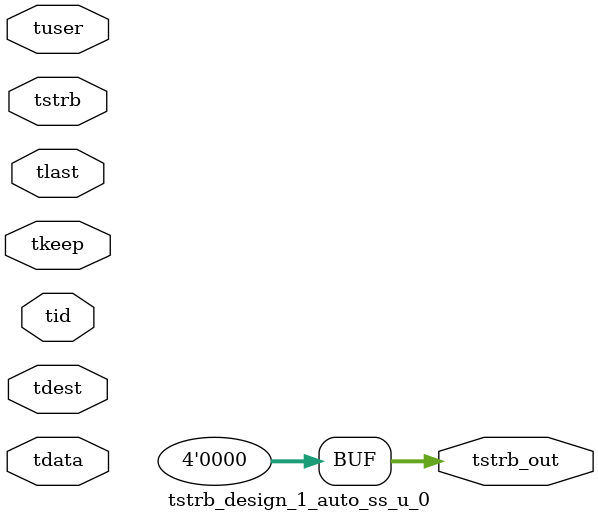
<source format=v>


`timescale 1ps/1ps

module tstrb_design_1_auto_ss_u_0 #
(
parameter C_S_AXIS_TDATA_WIDTH = 32,
parameter C_S_AXIS_TUSER_WIDTH = 0,
parameter C_S_AXIS_TID_WIDTH   = 0,
parameter C_S_AXIS_TDEST_WIDTH = 0,
parameter C_M_AXIS_TDATA_WIDTH = 32
)
(
input  [(C_S_AXIS_TDATA_WIDTH == 0 ? 1 : C_S_AXIS_TDATA_WIDTH)-1:0     ] tdata,
input  [(C_S_AXIS_TUSER_WIDTH == 0 ? 1 : C_S_AXIS_TUSER_WIDTH)-1:0     ] tuser,
input  [(C_S_AXIS_TID_WIDTH   == 0 ? 1 : C_S_AXIS_TID_WIDTH)-1:0       ] tid,
input  [(C_S_AXIS_TDEST_WIDTH == 0 ? 1 : C_S_AXIS_TDEST_WIDTH)-1:0     ] tdest,
input  [(C_S_AXIS_TDATA_WIDTH/8)-1:0 ] tkeep,
input  [(C_S_AXIS_TDATA_WIDTH/8)-1:0 ] tstrb,
input                                                                    tlast,
output [(C_M_AXIS_TDATA_WIDTH/8)-1:0 ] tstrb_out
);

assign tstrb_out = {1'b0};

endmodule


</source>
